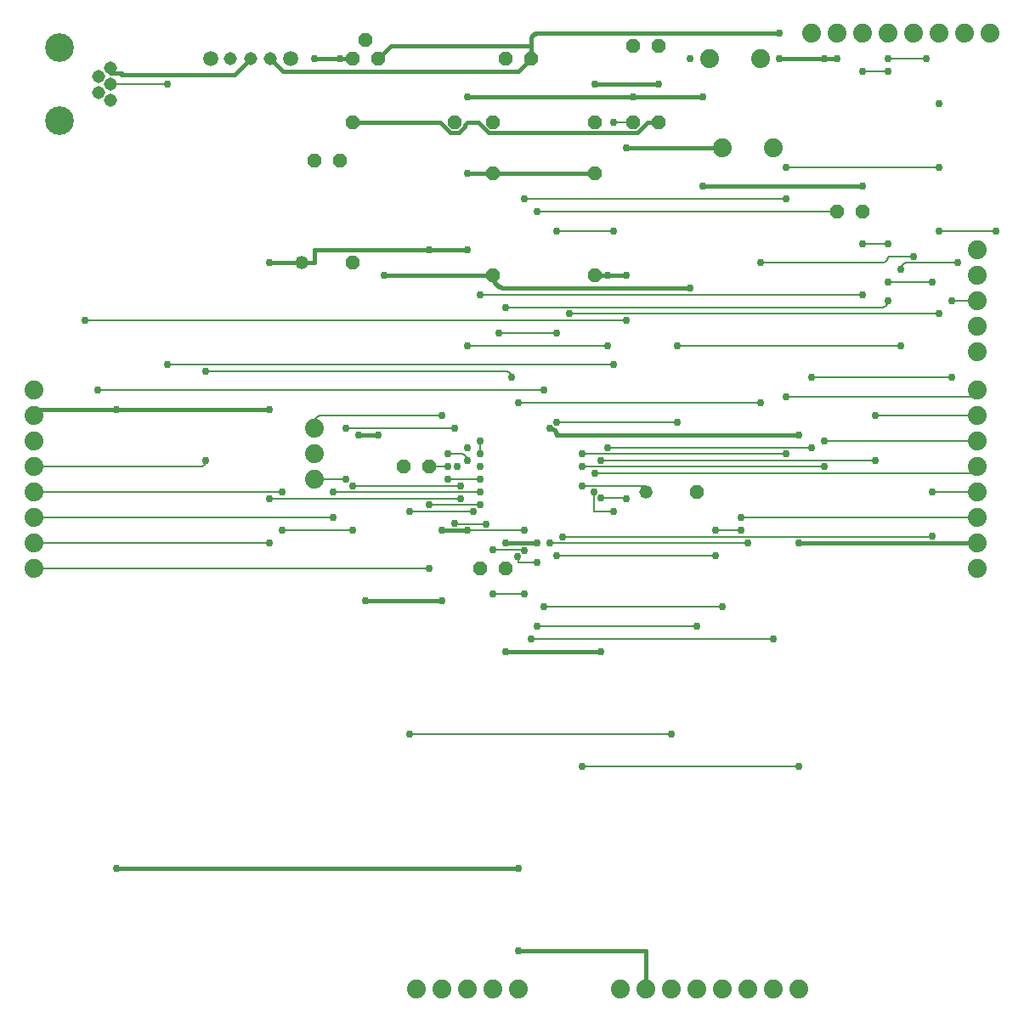
<source format=gbr>
G04 EAGLE Gerber RS-274X export*
G75*
%MOMM*%
%FSLAX34Y34*%
%LPD*%
%INTop Copper*%
%IPPOS*%
%AMOC8*
5,1,8,0,0,1.08239X$1,22.5*%
G01*
%ADD10P,1.429621X8X202.500000*%
%ADD11P,1.429621X8X22.500000*%
%ADD12C,1.320800*%
%ADD13C,1.308000*%
%ADD14C,2.850000*%
%ADD15P,1.429621X8X112.500000*%
%ADD16C,1.879600*%
%ADD17C,1.508000*%
%ADD18C,0.406400*%
%ADD19C,0.756400*%
%ADD20C,0.152400*%


D10*
X419100Y546100D03*
X393700Y546100D03*
X495300Y444500D03*
X469900Y444500D03*
X850900Y800100D03*
X825500Y800100D03*
X520700Y952500D03*
X495300Y952500D03*
D11*
X304800Y850900D03*
X330200Y850900D03*
D12*
X292100Y749300D03*
D11*
X342900Y749300D03*
D12*
X635000Y520700D03*
D11*
X685800Y520700D03*
D13*
X101800Y943100D03*
X101800Y927100D03*
X101800Y911100D03*
X89800Y935100D03*
X89800Y919100D03*
D14*
X50800Y890600D03*
X50800Y963600D03*
D11*
X622300Y965200D03*
X647700Y965200D03*
X622300Y889000D03*
X647700Y889000D03*
X482600Y889000D03*
X584200Y889000D03*
D10*
X444500Y889000D03*
X342900Y889000D03*
D15*
X482600Y736600D03*
X482600Y838200D03*
X584200Y736600D03*
X584200Y838200D03*
D16*
X304800Y533400D03*
X304800Y558800D03*
X304800Y584200D03*
X800100Y977900D03*
X825500Y977900D03*
X850900Y977900D03*
X876300Y977900D03*
X901700Y977900D03*
X927100Y977900D03*
X952500Y977900D03*
X977900Y977900D03*
D17*
X281300Y952500D03*
X201300Y952500D03*
D13*
X261300Y952500D03*
X241300Y952500D03*
X221300Y952500D03*
D11*
X368300Y952500D03*
X355600Y971550D03*
X342900Y952500D03*
D16*
X698500Y952500D03*
X749300Y952500D03*
X711200Y863600D03*
X762000Y863600D03*
X965200Y444500D03*
X965200Y469900D03*
X965200Y495300D03*
X965200Y520700D03*
X965200Y546100D03*
X965200Y571500D03*
X965200Y596900D03*
X965200Y622300D03*
X609600Y25400D03*
X635000Y25400D03*
X660400Y25400D03*
X685800Y25400D03*
X711200Y25400D03*
X736600Y25400D03*
X762000Y25400D03*
X787400Y25400D03*
X25400Y622300D03*
X25400Y596900D03*
X25400Y571500D03*
X25400Y546100D03*
X25400Y520700D03*
X25400Y495300D03*
X25400Y469900D03*
X25400Y444500D03*
X406400Y25400D03*
X431800Y25400D03*
X457200Y25400D03*
X482600Y25400D03*
X508000Y25400D03*
X965200Y660400D03*
X965200Y685800D03*
X965200Y711200D03*
X965200Y736600D03*
X965200Y762000D03*
D18*
X241300Y952500D02*
X225124Y936324D01*
X112912Y936324D02*
X112912Y938212D01*
X101800Y938212D01*
X101800Y943100D01*
X112912Y936324D02*
X225124Y936324D01*
X261300Y952500D02*
X274000Y939800D01*
X508000Y939800D01*
X520700Y952500D01*
X520700Y965200D01*
X381000Y965200D02*
X368300Y952500D01*
X381000Y965200D02*
X520700Y965200D01*
D19*
X825500Y952500D03*
D18*
X812800Y952500D01*
D19*
X768350Y952500D03*
D18*
X812800Y952500D01*
D19*
X768350Y977900D03*
D18*
X527050Y977900D01*
X526892Y977898D01*
X526733Y977892D01*
X526575Y977882D01*
X526418Y977868D01*
X526260Y977851D01*
X526104Y977829D01*
X525947Y977804D01*
X525792Y977774D01*
X525637Y977741D01*
X525483Y977704D01*
X525330Y977663D01*
X525178Y977618D01*
X525028Y977569D01*
X524878Y977517D01*
X524730Y977461D01*
X524583Y977401D01*
X524438Y977338D01*
X524295Y977271D01*
X524153Y977201D01*
X524013Y977127D01*
X523875Y977049D01*
X523739Y976968D01*
X523605Y976884D01*
X523473Y976797D01*
X523343Y976706D01*
X523216Y976612D01*
X523091Y976515D01*
X522968Y976414D01*
X522848Y976311D01*
X522731Y976205D01*
X522616Y976096D01*
X522504Y975984D01*
X522395Y975869D01*
X522289Y975752D01*
X522186Y975632D01*
X522085Y975509D01*
X521988Y975384D01*
X521894Y975257D01*
X521803Y975127D01*
X521716Y974995D01*
X521632Y974861D01*
X521551Y974725D01*
X521473Y974587D01*
X521399Y974447D01*
X521329Y974305D01*
X521262Y974162D01*
X521199Y974017D01*
X521139Y973870D01*
X521083Y973722D01*
X521031Y973572D01*
X520982Y973422D01*
X520937Y973270D01*
X520896Y973117D01*
X520859Y972963D01*
X520826Y972808D01*
X520796Y972653D01*
X520771Y972496D01*
X520749Y972340D01*
X520732Y972182D01*
X520718Y972025D01*
X520708Y971867D01*
X520702Y971708D01*
X520700Y971550D01*
X520700Y965200D01*
D19*
X812800Y952500D03*
X787400Y469900D03*
D18*
X965200Y469900D01*
D19*
X539674Y584124D03*
D18*
X539826Y584124D01*
X539982Y584122D01*
X540139Y584116D01*
X540295Y584106D01*
X540451Y584093D01*
X540606Y584075D01*
X540761Y584054D01*
X540915Y584029D01*
X541069Y584000D01*
X541222Y583967D01*
X541374Y583930D01*
X541525Y583890D01*
X541675Y583845D01*
X541824Y583797D01*
X541972Y583746D01*
X542118Y583690D01*
X542263Y583631D01*
X542406Y583569D01*
X542548Y583503D01*
X542688Y583433D01*
X542827Y583360D01*
X542963Y583283D01*
X543097Y583204D01*
X543230Y583120D01*
X543360Y583034D01*
X543488Y582944D01*
X543614Y582851D01*
X543738Y582755D01*
X543859Y582656D01*
X543977Y582554D01*
X544093Y582449D01*
X544207Y582341D01*
X544317Y582231D01*
X544425Y582117D01*
X544530Y582001D01*
X544632Y581883D01*
X544731Y581762D01*
X544827Y581638D01*
X544920Y581512D01*
X545010Y581384D01*
X545096Y581254D01*
X545180Y581121D01*
X545259Y580987D01*
X545336Y580851D01*
X545409Y580712D01*
X545479Y580572D01*
X545545Y580430D01*
X545607Y580287D01*
X545666Y580142D01*
X545722Y579996D01*
X545773Y579848D01*
X545821Y579699D01*
X545866Y579549D01*
X545906Y579398D01*
X545943Y579246D01*
X545976Y579093D01*
X546005Y578939D01*
X546030Y578785D01*
X546051Y578630D01*
X546069Y578475D01*
X546082Y578319D01*
X546092Y578163D01*
X546098Y578006D01*
X546100Y577850D01*
X787400Y577850D01*
D19*
X787400Y577850D03*
X330200Y952500D03*
D18*
X304800Y952500D01*
D19*
X304800Y952500D03*
X622300Y914400D03*
X457200Y914400D03*
X457200Y762000D03*
D18*
X419100Y762000D01*
X304800Y762000D01*
X304800Y749300D01*
X292100Y749300D01*
X330200Y952500D02*
X342900Y952500D01*
D19*
X457200Y838200D03*
D18*
X482600Y838200D01*
D19*
X850900Y825500D03*
X692150Y825500D03*
X692150Y914400D03*
X469900Y533400D03*
D20*
X438150Y533400D01*
D19*
X438150Y533400D03*
X438150Y546100D03*
D20*
X419100Y546100D01*
D18*
X31750Y603250D02*
X31592Y603248D01*
X31433Y603242D01*
X31275Y603232D01*
X31118Y603218D01*
X30960Y603201D01*
X30804Y603179D01*
X30647Y603154D01*
X30492Y603124D01*
X30337Y603091D01*
X30183Y603054D01*
X30030Y603013D01*
X29878Y602968D01*
X29728Y602919D01*
X29578Y602867D01*
X29430Y602811D01*
X29283Y602751D01*
X29138Y602688D01*
X28995Y602621D01*
X28853Y602551D01*
X28713Y602477D01*
X28575Y602399D01*
X28439Y602318D01*
X28305Y602234D01*
X28173Y602147D01*
X28043Y602056D01*
X27916Y601962D01*
X27791Y601865D01*
X27668Y601764D01*
X27548Y601661D01*
X27431Y601555D01*
X27316Y601446D01*
X27204Y601334D01*
X27095Y601219D01*
X26989Y601102D01*
X26886Y600982D01*
X26785Y600859D01*
X26688Y600734D01*
X26594Y600607D01*
X26503Y600477D01*
X26416Y600345D01*
X26332Y600211D01*
X26251Y600075D01*
X26173Y599937D01*
X26099Y599797D01*
X26029Y599655D01*
X25962Y599512D01*
X25899Y599367D01*
X25839Y599220D01*
X25783Y599072D01*
X25731Y598922D01*
X25682Y598772D01*
X25637Y598620D01*
X25596Y598467D01*
X25559Y598313D01*
X25526Y598158D01*
X25496Y598003D01*
X25471Y597846D01*
X25449Y597690D01*
X25432Y597532D01*
X25418Y597375D01*
X25408Y597217D01*
X25402Y597058D01*
X25400Y596900D01*
X31750Y603250D02*
X107950Y603250D01*
D19*
X260350Y603250D03*
D18*
X107950Y603250D01*
D19*
X260350Y749300D03*
D18*
X292100Y749300D01*
X457200Y914400D02*
X622300Y914400D01*
X692150Y825500D02*
X850900Y825500D01*
D19*
X107950Y603250D03*
X107950Y146050D03*
D18*
X508000Y146050D01*
D19*
X508000Y146050D03*
X527050Y469900D03*
D18*
X495300Y469900D01*
D19*
X495300Y469900D03*
X419100Y762000D03*
X590550Y361950D03*
D18*
X495300Y361950D01*
D19*
X495300Y361950D03*
D18*
X622300Y914400D02*
X692150Y914400D01*
X584200Y838200D02*
X482600Y838200D01*
D19*
X508000Y63500D03*
D18*
X635000Y63500D01*
X635000Y25400D01*
D19*
X584200Y927100D03*
D18*
X647700Y927100D01*
D19*
X647700Y927100D03*
D18*
X647700Y889000D02*
X636668Y889000D01*
X468232Y889000D02*
X457200Y889000D01*
X626508Y878840D02*
X636668Y889000D01*
X478392Y878840D02*
X468232Y889000D01*
X478392Y878840D02*
X626508Y878840D01*
X454660Y884792D02*
X448708Y878840D01*
X440292Y878840D01*
X454660Y886460D02*
X457200Y889000D01*
X454660Y886460D02*
X454660Y884792D01*
X430132Y889000D02*
X342900Y889000D01*
X430132Y889000D02*
X440292Y878840D01*
D19*
X469900Y546100D03*
X447238Y546100D03*
X444500Y584200D03*
D20*
X336550Y584200D01*
D19*
X336550Y584200D03*
X336474Y533476D03*
D20*
X336473Y533461D01*
X336468Y533447D01*
X336461Y533434D01*
X336452Y533422D01*
X336440Y533413D01*
X336427Y533406D01*
X336413Y533401D01*
X336398Y533400D01*
X304800Y533400D01*
D19*
X457200Y552450D03*
D20*
X457198Y552608D01*
X457192Y552767D01*
X457182Y552925D01*
X457168Y553082D01*
X457151Y553240D01*
X457129Y553396D01*
X457104Y553553D01*
X457074Y553708D01*
X457041Y553863D01*
X457004Y554017D01*
X456963Y554170D01*
X456918Y554322D01*
X456869Y554472D01*
X456817Y554622D01*
X456761Y554770D01*
X456701Y554917D01*
X456638Y555062D01*
X456571Y555205D01*
X456501Y555347D01*
X456427Y555487D01*
X456349Y555625D01*
X456268Y555761D01*
X456184Y555895D01*
X456097Y556027D01*
X456006Y556157D01*
X455912Y556284D01*
X455815Y556409D01*
X455714Y556532D01*
X455611Y556652D01*
X455505Y556769D01*
X455396Y556884D01*
X455284Y556996D01*
X455169Y557105D01*
X455052Y557211D01*
X454932Y557314D01*
X454809Y557415D01*
X454684Y557512D01*
X454557Y557606D01*
X454427Y557697D01*
X454295Y557784D01*
X454161Y557868D01*
X454025Y557949D01*
X453887Y558027D01*
X453747Y558101D01*
X453605Y558171D01*
X453462Y558238D01*
X453317Y558301D01*
X453170Y558361D01*
X453022Y558417D01*
X452872Y558469D01*
X452722Y558518D01*
X452570Y558563D01*
X452417Y558604D01*
X452263Y558641D01*
X452108Y558674D01*
X451953Y558704D01*
X451796Y558729D01*
X451640Y558751D01*
X451482Y558768D01*
X451325Y558782D01*
X451167Y558792D01*
X451008Y558798D01*
X450850Y558800D01*
X438150Y558800D01*
D19*
X438150Y558800D03*
X431800Y596900D03*
D20*
X311150Y596900D01*
X310992Y596898D01*
X310833Y596892D01*
X310675Y596882D01*
X310518Y596868D01*
X310360Y596851D01*
X310204Y596829D01*
X310047Y596804D01*
X309892Y596774D01*
X309737Y596741D01*
X309583Y596704D01*
X309430Y596663D01*
X309278Y596618D01*
X309128Y596569D01*
X308978Y596517D01*
X308830Y596461D01*
X308683Y596401D01*
X308538Y596338D01*
X308395Y596271D01*
X308253Y596201D01*
X308113Y596127D01*
X307975Y596049D01*
X307839Y595968D01*
X307705Y595884D01*
X307573Y595797D01*
X307443Y595706D01*
X307316Y595612D01*
X307191Y595515D01*
X307068Y595414D01*
X306948Y595311D01*
X306831Y595205D01*
X306716Y595096D01*
X306604Y594984D01*
X306495Y594869D01*
X306389Y594752D01*
X306286Y594632D01*
X306185Y594509D01*
X306088Y594384D01*
X305994Y594257D01*
X305903Y594127D01*
X305816Y593995D01*
X305732Y593861D01*
X305651Y593725D01*
X305573Y593587D01*
X305499Y593447D01*
X305429Y593305D01*
X305362Y593162D01*
X305299Y593017D01*
X305239Y592870D01*
X305183Y592722D01*
X305131Y592572D01*
X305082Y592422D01*
X305037Y592270D01*
X304996Y592117D01*
X304959Y591963D01*
X304926Y591808D01*
X304896Y591653D01*
X304871Y591496D01*
X304849Y591340D01*
X304832Y591182D01*
X304818Y591025D01*
X304808Y590867D01*
X304802Y590708D01*
X304800Y590550D01*
X304800Y584200D01*
D19*
X527050Y800100D03*
D20*
X825500Y800100D01*
D19*
X571500Y527050D03*
D20*
X635000Y527050D01*
X635000Y520700D01*
D19*
X457200Y482600D03*
X679450Y952500D03*
X679450Y723900D03*
X431800Y482600D03*
D18*
X457200Y482600D01*
D19*
X514350Y482600D03*
D20*
X457200Y482600D01*
D18*
X482600Y736600D02*
X374650Y736600D01*
D19*
X374650Y736600D03*
X368300Y577850D03*
D18*
X349250Y577850D01*
D19*
X349250Y577850D03*
X355600Y412750D03*
D18*
X431800Y412750D01*
X495300Y723900D02*
X494993Y723904D01*
X494686Y723915D01*
X494380Y723933D01*
X494074Y723959D01*
X493769Y723993D01*
X493465Y724033D01*
X493162Y724081D01*
X492860Y724137D01*
X492560Y724199D01*
X492261Y724269D01*
X491964Y724346D01*
X491668Y724430D01*
X491375Y724522D01*
X491085Y724620D01*
X490797Y724725D01*
X490511Y724838D01*
X490228Y724957D01*
X489948Y725083D01*
X489671Y725215D01*
X489398Y725355D01*
X489128Y725501D01*
X488862Y725653D01*
X488599Y725812D01*
X488340Y725977D01*
X488086Y726148D01*
X487835Y726325D01*
X487589Y726509D01*
X487347Y726698D01*
X487111Y726893D01*
X486878Y727094D01*
X486651Y727300D01*
X486429Y727512D01*
X486212Y727729D01*
X486000Y727951D01*
X485794Y728178D01*
X485593Y728411D01*
X485398Y728647D01*
X485209Y728889D01*
X485025Y729135D01*
X484848Y729386D01*
X484677Y729640D01*
X484512Y729899D01*
X484353Y730162D01*
X484201Y730428D01*
X484055Y730698D01*
X483915Y730971D01*
X483783Y731248D01*
X483657Y731528D01*
X483538Y731811D01*
X483425Y732097D01*
X483320Y732385D01*
X483222Y732675D01*
X483130Y732968D01*
X483046Y733264D01*
X482969Y733561D01*
X482899Y733860D01*
X482837Y734160D01*
X482781Y734462D01*
X482733Y734765D01*
X482693Y735069D01*
X482659Y735374D01*
X482633Y735680D01*
X482615Y735986D01*
X482604Y736293D01*
X482600Y736600D01*
X495300Y723900D02*
X679450Y723900D01*
D19*
X431800Y412750D03*
X571500Y558968D03*
D20*
X774532Y558968D01*
X774556Y558966D01*
X774579Y558961D01*
X774602Y558953D01*
X774623Y558941D01*
X774642Y558927D01*
X774659Y558910D01*
X774673Y558891D01*
X774685Y558870D01*
X774693Y558847D01*
X774698Y558824D01*
X774700Y558800D01*
D19*
X774700Y558800D03*
X774700Y615950D03*
D20*
X958850Y615950D01*
X959008Y615952D01*
X959167Y615958D01*
X959325Y615968D01*
X959482Y615982D01*
X959640Y615999D01*
X959796Y616021D01*
X959953Y616046D01*
X960108Y616076D01*
X960263Y616109D01*
X960417Y616146D01*
X960570Y616187D01*
X960722Y616232D01*
X960872Y616281D01*
X961022Y616333D01*
X961170Y616389D01*
X961317Y616449D01*
X961462Y616512D01*
X961605Y616579D01*
X961747Y616649D01*
X961887Y616723D01*
X962025Y616801D01*
X962161Y616882D01*
X962295Y616966D01*
X962427Y617053D01*
X962557Y617144D01*
X962684Y617238D01*
X962809Y617335D01*
X962932Y617436D01*
X963052Y617539D01*
X963169Y617645D01*
X963284Y617754D01*
X963396Y617866D01*
X963505Y617981D01*
X963611Y618098D01*
X963714Y618218D01*
X963815Y618341D01*
X963912Y618466D01*
X964006Y618593D01*
X964097Y618723D01*
X964184Y618855D01*
X964268Y618989D01*
X964349Y619125D01*
X964427Y619263D01*
X964501Y619403D01*
X964571Y619545D01*
X964638Y619688D01*
X964701Y619833D01*
X964761Y619980D01*
X964817Y620128D01*
X964869Y620278D01*
X964918Y620428D01*
X964963Y620580D01*
X965004Y620733D01*
X965041Y620887D01*
X965074Y621042D01*
X965104Y621197D01*
X965129Y621354D01*
X965151Y621510D01*
X965168Y621668D01*
X965182Y621825D01*
X965192Y621983D01*
X965198Y622142D01*
X965200Y622300D01*
D19*
X590550Y552450D03*
D20*
X863600Y552450D01*
D19*
X863600Y552450D03*
X863600Y596900D03*
D20*
X965200Y596900D01*
D19*
X571500Y546100D03*
D20*
X812800Y546100D01*
D19*
X812800Y546100D03*
X812800Y571500D03*
D20*
X965200Y571500D01*
D19*
X584200Y539750D03*
D20*
X958850Y539750D01*
X959008Y539752D01*
X959167Y539758D01*
X959325Y539768D01*
X959482Y539782D01*
X959640Y539799D01*
X959796Y539821D01*
X959953Y539846D01*
X960108Y539876D01*
X960263Y539909D01*
X960417Y539946D01*
X960570Y539987D01*
X960722Y540032D01*
X960872Y540081D01*
X961022Y540133D01*
X961170Y540189D01*
X961317Y540249D01*
X961462Y540312D01*
X961605Y540379D01*
X961747Y540449D01*
X961887Y540523D01*
X962025Y540601D01*
X962161Y540682D01*
X962295Y540766D01*
X962427Y540853D01*
X962557Y540944D01*
X962684Y541038D01*
X962809Y541135D01*
X962932Y541236D01*
X963052Y541339D01*
X963169Y541445D01*
X963284Y541554D01*
X963396Y541666D01*
X963505Y541781D01*
X963611Y541898D01*
X963714Y542018D01*
X963815Y542141D01*
X963912Y542266D01*
X964006Y542393D01*
X964097Y542523D01*
X964184Y542655D01*
X964268Y542789D01*
X964349Y542925D01*
X964427Y543063D01*
X964501Y543203D01*
X964571Y543345D01*
X964638Y543488D01*
X964701Y543633D01*
X964761Y543780D01*
X964817Y543928D01*
X964869Y544078D01*
X964918Y544228D01*
X964963Y544380D01*
X965004Y544533D01*
X965041Y544687D01*
X965074Y544842D01*
X965104Y544997D01*
X965129Y545154D01*
X965151Y545310D01*
X965168Y545468D01*
X965182Y545625D01*
X965192Y545783D01*
X965198Y545942D01*
X965200Y546100D01*
D19*
X571500Y247650D03*
D20*
X787400Y247650D01*
D19*
X787400Y247650D03*
X552450Y476250D03*
D20*
X919762Y476250D01*
X919824Y476252D01*
X919886Y476258D01*
X919947Y476268D01*
X920008Y476281D01*
X920067Y476298D01*
X920126Y476319D01*
X920183Y476344D01*
X920238Y476372D01*
X920291Y476404D01*
X920343Y476439D01*
X920392Y476477D01*
X920438Y476518D01*
X920482Y476562D01*
X920523Y476608D01*
X920561Y476657D01*
X920596Y476709D01*
X920628Y476762D01*
X920656Y476817D01*
X920681Y476874D01*
X920702Y476933D01*
X920719Y476992D01*
X920732Y477053D01*
X920742Y477114D01*
X920748Y477176D01*
X920750Y477238D01*
D19*
X920750Y477238D03*
X920750Y520700D03*
D20*
X965200Y520700D01*
X965200Y495300D02*
X730250Y495300D01*
D19*
X730250Y495300D03*
X730250Y482600D03*
D20*
X704850Y482600D01*
D19*
X704850Y482600D03*
X704850Y457200D03*
D20*
X546100Y457200D01*
D19*
X546100Y457200D03*
X539768Y469900D03*
D20*
X736600Y469900D01*
D19*
X736600Y469900D03*
X520700Y374650D03*
D20*
X762000Y374650D01*
D19*
X762000Y374650D03*
X507430Y456630D03*
X527050Y450850D03*
X527050Y387350D03*
D20*
X685800Y387350D01*
D19*
X685800Y387350D03*
D20*
X527050Y450850D02*
X508000Y450850D01*
X508000Y456060D01*
X507430Y456630D01*
D19*
X482600Y419100D03*
D20*
X514350Y419100D01*
D19*
X514350Y419100D03*
X514350Y462562D03*
D20*
X514348Y462624D01*
X514342Y462686D01*
X514332Y462747D01*
X514319Y462808D01*
X514302Y462867D01*
X514281Y462926D01*
X514256Y462983D01*
X514228Y463038D01*
X514196Y463091D01*
X514161Y463143D01*
X514123Y463192D01*
X514082Y463238D01*
X514038Y463282D01*
X513992Y463323D01*
X513943Y463361D01*
X513891Y463396D01*
X513838Y463428D01*
X513783Y463456D01*
X513726Y463481D01*
X513667Y463502D01*
X513608Y463519D01*
X513547Y463532D01*
X513486Y463542D01*
X513424Y463548D01*
X513362Y463550D01*
X482600Y463550D01*
D19*
X482600Y463550D03*
X476250Y488950D03*
D20*
X444500Y488950D01*
X444500Y489938D01*
D19*
X444500Y489938D03*
X469900Y558800D03*
D20*
X469900Y571500D01*
D19*
X469900Y571500D03*
X469900Y717550D03*
D20*
X850900Y717550D01*
D19*
X850900Y717550D03*
X850900Y768350D03*
D20*
X876300Y768350D01*
D19*
X876300Y768350D03*
X876300Y939800D03*
D20*
X850900Y939800D01*
D19*
X850900Y939800D03*
X615950Y863600D03*
X615950Y736600D03*
X457200Y565150D03*
D18*
X615950Y863600D02*
X711200Y863600D01*
X615950Y736600D02*
X596900Y736600D01*
X584200Y736600D01*
D19*
X457200Y666750D03*
D20*
X596900Y666750D01*
D19*
X596900Y666750D03*
X596900Y736600D03*
D20*
X603250Y889000D02*
X622300Y889000D01*
D19*
X603250Y889000D03*
X603250Y781050D03*
D20*
X546100Y781050D01*
D19*
X546100Y781050D03*
X546100Y679450D03*
D20*
X488632Y679450D01*
D19*
X488632Y679450D03*
X495300Y704850D03*
D20*
X869950Y704850D01*
X870108Y704852D01*
X870267Y704858D01*
X870425Y704868D01*
X870582Y704882D01*
X870740Y704899D01*
X870896Y704921D01*
X871053Y704946D01*
X871208Y704976D01*
X871363Y705009D01*
X871517Y705046D01*
X871670Y705087D01*
X871822Y705132D01*
X871972Y705181D01*
X872122Y705233D01*
X872270Y705289D01*
X872417Y705349D01*
X872562Y705412D01*
X872705Y705479D01*
X872847Y705549D01*
X872987Y705623D01*
X873125Y705701D01*
X873261Y705782D01*
X873395Y705866D01*
X873527Y705953D01*
X873657Y706044D01*
X873784Y706138D01*
X873909Y706235D01*
X874032Y706336D01*
X874152Y706439D01*
X874269Y706545D01*
X874384Y706654D01*
X874496Y706766D01*
X874605Y706881D01*
X874711Y706998D01*
X874814Y707118D01*
X874915Y707241D01*
X875012Y707366D01*
X875106Y707493D01*
X875197Y707623D01*
X875284Y707755D01*
X875368Y707889D01*
X875449Y708025D01*
X875527Y708163D01*
X875601Y708303D01*
X875671Y708445D01*
X875738Y708588D01*
X875801Y708733D01*
X875861Y708880D01*
X875917Y709028D01*
X875969Y709178D01*
X876018Y709328D01*
X876063Y709480D01*
X876104Y709633D01*
X876141Y709787D01*
X876174Y709942D01*
X876204Y710097D01*
X876229Y710254D01*
X876251Y710410D01*
X876268Y710568D01*
X876282Y710725D01*
X876292Y710883D01*
X876298Y711042D01*
X876300Y711200D01*
D19*
X876300Y711200D03*
X876300Y730250D03*
X920750Y730250D03*
X914400Y952500D03*
D20*
X876300Y952500D01*
D19*
X876300Y952500D03*
D20*
X876300Y730250D02*
X920750Y730250D01*
D19*
X501650Y635000D03*
D20*
X501648Y635158D01*
X501642Y635317D01*
X501632Y635475D01*
X501618Y635632D01*
X501601Y635790D01*
X501579Y635946D01*
X501554Y636103D01*
X501524Y636258D01*
X501491Y636413D01*
X501454Y636567D01*
X501413Y636720D01*
X501368Y636872D01*
X501319Y637022D01*
X501267Y637172D01*
X501211Y637320D01*
X501151Y637467D01*
X501088Y637612D01*
X501021Y637755D01*
X500951Y637897D01*
X500877Y638037D01*
X500799Y638175D01*
X500718Y638311D01*
X500634Y638445D01*
X500547Y638577D01*
X500456Y638707D01*
X500362Y638834D01*
X500265Y638959D01*
X500164Y639082D01*
X500061Y639202D01*
X499955Y639319D01*
X499846Y639434D01*
X499734Y639546D01*
X499619Y639655D01*
X499502Y639761D01*
X499382Y639864D01*
X499259Y639965D01*
X499134Y640062D01*
X499007Y640156D01*
X498877Y640247D01*
X498745Y640334D01*
X498611Y640418D01*
X498475Y640499D01*
X498337Y640577D01*
X498197Y640651D01*
X498055Y640721D01*
X497912Y640788D01*
X497767Y640851D01*
X497620Y640911D01*
X497472Y640967D01*
X497322Y641019D01*
X497172Y641068D01*
X497020Y641113D01*
X496867Y641154D01*
X496713Y641191D01*
X496558Y641224D01*
X496403Y641254D01*
X496246Y641279D01*
X496090Y641301D01*
X495932Y641318D01*
X495775Y641332D01*
X495617Y641342D01*
X495458Y641348D01*
X495300Y641350D01*
X196850Y641350D01*
D19*
X196850Y641350D03*
X196850Y552450D03*
D20*
X196848Y552292D01*
X196842Y552133D01*
X196832Y551975D01*
X196818Y551818D01*
X196801Y551660D01*
X196779Y551504D01*
X196754Y551347D01*
X196724Y551192D01*
X196691Y551037D01*
X196654Y550883D01*
X196613Y550730D01*
X196568Y550578D01*
X196519Y550428D01*
X196467Y550278D01*
X196411Y550130D01*
X196351Y549983D01*
X196288Y549838D01*
X196221Y549695D01*
X196151Y549553D01*
X196077Y549413D01*
X195999Y549275D01*
X195918Y549139D01*
X195834Y549005D01*
X195747Y548873D01*
X195656Y548743D01*
X195562Y548616D01*
X195465Y548491D01*
X195364Y548368D01*
X195261Y548248D01*
X195155Y548131D01*
X195046Y548016D01*
X194934Y547904D01*
X194819Y547795D01*
X194702Y547689D01*
X194582Y547586D01*
X194459Y547485D01*
X194334Y547388D01*
X194207Y547294D01*
X194077Y547203D01*
X193945Y547116D01*
X193811Y547032D01*
X193675Y546951D01*
X193537Y546873D01*
X193397Y546799D01*
X193255Y546729D01*
X193112Y546662D01*
X192967Y546599D01*
X192820Y546539D01*
X192672Y546483D01*
X192522Y546431D01*
X192372Y546382D01*
X192220Y546337D01*
X192067Y546296D01*
X191913Y546259D01*
X191758Y546226D01*
X191603Y546196D01*
X191446Y546171D01*
X191290Y546149D01*
X191132Y546132D01*
X190975Y546118D01*
X190817Y546108D01*
X190658Y546102D01*
X190500Y546100D01*
X25400Y546100D01*
D19*
X508000Y609600D03*
D20*
X749300Y609600D01*
D19*
X749300Y609600D03*
X749300Y749300D03*
D20*
X869950Y749300D01*
X870108Y749302D01*
X870267Y749308D01*
X870425Y749318D01*
X870582Y749332D01*
X870740Y749349D01*
X870896Y749371D01*
X871053Y749396D01*
X871208Y749426D01*
X871363Y749459D01*
X871517Y749496D01*
X871670Y749537D01*
X871822Y749582D01*
X871972Y749631D01*
X872122Y749683D01*
X872270Y749739D01*
X872417Y749799D01*
X872562Y749862D01*
X872705Y749929D01*
X872847Y749999D01*
X872987Y750073D01*
X873125Y750151D01*
X873261Y750232D01*
X873395Y750316D01*
X873527Y750403D01*
X873657Y750494D01*
X873784Y750588D01*
X873909Y750685D01*
X874032Y750786D01*
X874152Y750889D01*
X874269Y750995D01*
X874384Y751104D01*
X874496Y751216D01*
X874605Y751331D01*
X874711Y751448D01*
X874814Y751568D01*
X874915Y751691D01*
X875012Y751816D01*
X875106Y751943D01*
X875197Y752073D01*
X875284Y752205D01*
X875368Y752339D01*
X875449Y752475D01*
X875527Y752613D01*
X875601Y752753D01*
X875671Y752895D01*
X875738Y753038D01*
X875801Y753183D01*
X875861Y753330D01*
X875917Y753478D01*
X875969Y753628D01*
X876018Y753778D01*
X876063Y753930D01*
X876104Y754083D01*
X876141Y754237D01*
X876174Y754392D01*
X876204Y754547D01*
X876229Y754704D01*
X876251Y754860D01*
X876268Y755018D01*
X876282Y755175D01*
X876292Y755333D01*
X876298Y755492D01*
X876300Y755650D01*
X901700Y755650D01*
D19*
X901700Y755650D03*
X514350Y812800D03*
X927100Y908050D03*
D20*
X774700Y812800D02*
X514350Y812800D01*
D19*
X774700Y812800D03*
X774700Y844550D03*
D20*
X927100Y844550D01*
D19*
X927100Y844550D03*
X946150Y749300D03*
D20*
X895350Y749300D01*
X895192Y749298D01*
X895033Y749292D01*
X894875Y749282D01*
X894718Y749268D01*
X894560Y749251D01*
X894404Y749229D01*
X894247Y749204D01*
X894092Y749174D01*
X893937Y749141D01*
X893783Y749104D01*
X893630Y749063D01*
X893478Y749018D01*
X893328Y748969D01*
X893178Y748917D01*
X893030Y748861D01*
X892883Y748801D01*
X892738Y748738D01*
X892595Y748671D01*
X892453Y748601D01*
X892313Y748527D01*
X892175Y748449D01*
X892039Y748368D01*
X891905Y748284D01*
X891773Y748197D01*
X891643Y748106D01*
X891516Y748012D01*
X891391Y747915D01*
X891268Y747814D01*
X891148Y747711D01*
X891031Y747605D01*
X890916Y747496D01*
X890804Y747384D01*
X890695Y747269D01*
X890589Y747152D01*
X890486Y747032D01*
X890385Y746909D01*
X890288Y746784D01*
X890194Y746657D01*
X890103Y746527D01*
X890016Y746395D01*
X889932Y746261D01*
X889851Y746125D01*
X889773Y745987D01*
X889699Y745847D01*
X889629Y745705D01*
X889562Y745562D01*
X889499Y745417D01*
X889439Y745270D01*
X889383Y745122D01*
X889331Y744972D01*
X889282Y744822D01*
X889237Y744670D01*
X889196Y744517D01*
X889159Y744363D01*
X889126Y744208D01*
X889096Y744053D01*
X889071Y743896D01*
X889049Y743740D01*
X889032Y743582D01*
X889018Y743425D01*
X889008Y743267D01*
X889002Y743108D01*
X889000Y742950D01*
D19*
X889000Y742950D03*
X889000Y666750D03*
D20*
X666750Y666750D01*
D19*
X666750Y666750D03*
X666750Y590550D03*
D20*
X546100Y590550D01*
D19*
X546100Y590550D03*
X558800Y698500D03*
D20*
X927100Y698500D01*
D19*
X927100Y698500D03*
X927100Y781050D03*
D20*
X984250Y781050D01*
D19*
X984250Y781050D03*
X88900Y622300D03*
D20*
X533400Y622300D01*
D19*
X533400Y622300D03*
X583342Y520982D03*
D20*
X583342Y502508D01*
X583344Y502452D01*
X583349Y502396D01*
X583358Y502341D01*
X583371Y502286D01*
X583388Y502232D01*
X583407Y502180D01*
X583430Y502129D01*
X583457Y502079D01*
X583487Y502031D01*
X583519Y501986D01*
X583555Y501942D01*
X583593Y501901D01*
X583634Y501863D01*
X583678Y501827D01*
X583723Y501795D01*
X583771Y501765D01*
X583821Y501738D01*
X583872Y501715D01*
X583924Y501696D01*
X583978Y501679D01*
X584033Y501666D01*
X584088Y501657D01*
X584144Y501652D01*
X584200Y501650D01*
X603250Y501650D01*
D19*
X603250Y501650D03*
X603250Y647700D03*
D20*
X158750Y647700D01*
D19*
X158750Y647700D03*
X158750Y927100D03*
D20*
X101800Y927100D01*
D19*
X615950Y514350D03*
X615950Y692150D03*
D20*
X76200Y692150D01*
D19*
X76200Y692150D03*
X590550Y515338D03*
D20*
X614962Y515338D01*
X615024Y515336D01*
X615086Y515330D01*
X615147Y515320D01*
X615208Y515307D01*
X615267Y515290D01*
X615326Y515269D01*
X615383Y515244D01*
X615438Y515216D01*
X615491Y515184D01*
X615543Y515149D01*
X615592Y515111D01*
X615638Y515070D01*
X615682Y515026D01*
X615723Y514980D01*
X615761Y514931D01*
X615796Y514879D01*
X615828Y514826D01*
X615856Y514771D01*
X615881Y514714D01*
X615902Y514655D01*
X615919Y514596D01*
X615932Y514535D01*
X615942Y514474D01*
X615948Y514412D01*
X615950Y514350D01*
X533700Y406700D02*
X710900Y406700D01*
X710934Y406698D01*
X710967Y406692D01*
X710999Y406683D01*
X711030Y406670D01*
X711060Y406654D01*
X711087Y406635D01*
X711112Y406612D01*
X711135Y406587D01*
X711154Y406560D01*
X711170Y406530D01*
X711183Y406499D01*
X711192Y406467D01*
X711198Y406434D01*
X711200Y406400D01*
D19*
X711200Y406400D03*
X533700Y406700D03*
X463474Y501574D03*
D20*
X400126Y501574D01*
X400111Y501575D01*
X400097Y501580D01*
X400084Y501587D01*
X400072Y501596D01*
X400063Y501608D01*
X400056Y501621D01*
X400051Y501635D01*
X400050Y501650D01*
D19*
X400050Y501650D03*
X400050Y279400D03*
D20*
X660400Y279400D01*
D19*
X660400Y279400D03*
X450850Y514350D03*
D20*
X260350Y514350D01*
D19*
X260350Y514350D03*
D20*
X260350Y469900D02*
X25400Y469900D01*
D19*
X260350Y469900D03*
X469900Y520700D03*
D20*
X323850Y495300D02*
X25400Y495300D01*
D19*
X323850Y495300D03*
X323850Y520700D03*
D20*
X469900Y520700D01*
X419100Y444500D02*
X25400Y444500D01*
D19*
X419100Y444500D03*
X419100Y508000D03*
X469900Y508000D03*
D20*
X419100Y508000D01*
D19*
X450850Y527050D03*
D20*
X273050Y520700D02*
X25400Y520700D01*
D19*
X273050Y520700D03*
X273050Y482600D03*
D20*
X342900Y482600D01*
D19*
X342900Y482600D03*
X342900Y527050D03*
D20*
X450850Y527050D01*
D19*
X596900Y565150D03*
D20*
X800100Y565150D01*
D19*
X800100Y565150D03*
X800100Y635000D03*
D20*
X939800Y635000D01*
D19*
X939800Y635000D03*
X939800Y711200D03*
D20*
X965200Y711200D01*
M02*

</source>
